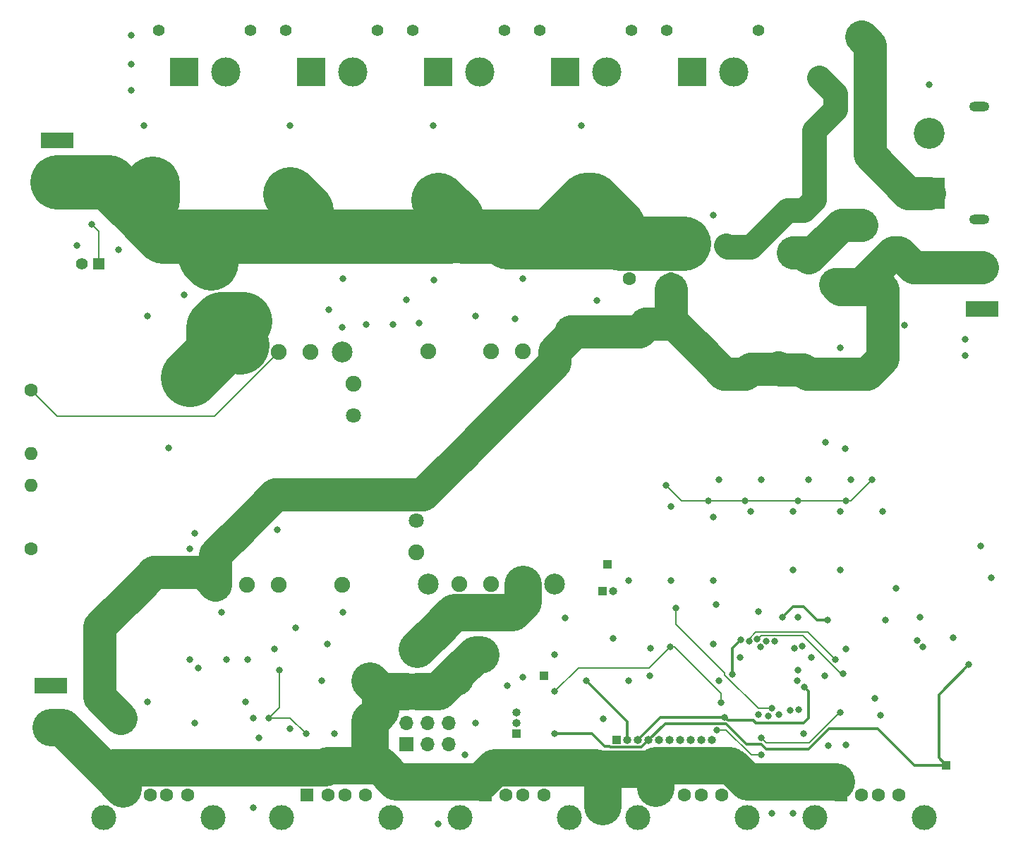
<source format=gbr>
%TF.GenerationSoftware,KiCad,Pcbnew,(6.0.0)*%
%TF.CreationDate,2022-03-07T14:47:04+00:00*%
%TF.ProjectId,ISOpower,49534f70-6f77-4657-922e-6b696361645f,rev?*%
%TF.SameCoordinates,Original*%
%TF.FileFunction,Copper,L2,Inr*%
%TF.FilePolarity,Positive*%
%FSLAX46Y46*%
G04 Gerber Fmt 4.6, Leading zero omitted, Abs format (unit mm)*
G04 Created by KiCad (PCBNEW (6.0.0)) date 2022-03-07 14:47:04*
%MOMM*%
%LPD*%
G01*
G04 APERTURE LIST*
%TA.AperFunction,ComponentPad*%
%ADD10R,1.700000X1.700000*%
%TD*%
%TA.AperFunction,ComponentPad*%
%ADD11O,1.700000X1.700000*%
%TD*%
%TA.AperFunction,ComponentPad*%
%ADD12R,1.600000X1.500000*%
%TD*%
%TA.AperFunction,ComponentPad*%
%ADD13C,1.600000*%
%TD*%
%TA.AperFunction,ComponentPad*%
%ADD14C,3.000000*%
%TD*%
%TA.AperFunction,ComponentPad*%
%ADD15C,1.400000*%
%TD*%
%TA.AperFunction,ComponentPad*%
%ADD16R,3.500000X3.500000*%
%TD*%
%TA.AperFunction,ComponentPad*%
%ADD17C,3.500000*%
%TD*%
%TA.AperFunction,ComponentPad*%
%ADD18O,1.600000X1.600000*%
%TD*%
%TA.AperFunction,ComponentPad*%
%ADD19R,1.000000X1.000000*%
%TD*%
%TA.AperFunction,ComponentPad*%
%ADD20O,1.000000X1.000000*%
%TD*%
%TA.AperFunction,ComponentPad*%
%ADD21R,3.960000X1.980000*%
%TD*%
%TA.AperFunction,ComponentPad*%
%ADD22O,3.960000X1.980000*%
%TD*%
%TA.AperFunction,ComponentPad*%
%ADD23C,1.900000*%
%TD*%
%TA.AperFunction,ComponentPad*%
%ADD24C,2.500000*%
%TD*%
%TA.AperFunction,ComponentPad*%
%ADD25C,1.800000*%
%TD*%
%TA.AperFunction,ComponentPad*%
%ADD26R,1.400000X1.400000*%
%TD*%
%TA.AperFunction,ComponentPad*%
%ADD27C,3.716000*%
%TD*%
%TA.AperFunction,ComponentPad*%
%ADD28R,3.716000X3.716000*%
%TD*%
%TA.AperFunction,ComponentPad*%
%ADD29O,2.400000X1.200000*%
%TD*%
%TA.AperFunction,ViaPad*%
%ADD30C,0.800000*%
%TD*%
%TA.AperFunction,Conductor*%
%ADD31C,4.500000*%
%TD*%
%TA.AperFunction,Conductor*%
%ADD32C,0.200000*%
%TD*%
%TA.AperFunction,Conductor*%
%ADD33C,4.000000*%
%TD*%
%TA.AperFunction,Conductor*%
%ADD34C,7.000000*%
%TD*%
%TA.AperFunction,Conductor*%
%ADD35C,0.300000*%
%TD*%
%TA.AperFunction,Conductor*%
%ADD36C,6.500000*%
%TD*%
%TA.AperFunction,Conductor*%
%ADD37C,3.000000*%
%TD*%
G04 APERTURE END LIST*
D10*
%TO.N,Net-(J8-Pad1)*%
%TO.C,J8*%
X104775000Y-128270000D03*
D11*
%TO.N,/AtMega328p/MCU_5V_BUS*%
X104775000Y-125730000D03*
%TO.N,Net-(J8-Pad3)*%
X107315000Y-128270000D03*
%TO.N,Net-(J8-Pad4)*%
X107315000Y-125730000D03*
%TO.N,/AtMega328p/USB MCU CH340 Interface A/DTR_A*%
X109855000Y-128270000D03*
%TO.N,GNDPWR*%
X109855000Y-125730000D03*
%TD*%
D12*
%TO.N,5V_BUS*%
%TO.C,J12*%
X135599511Y-134319511D03*
D13*
%TO.N,unconnected-(J12-Pad2)*%
X138099511Y-134319511D03*
%TO.N,unconnected-(J12-Pad3)*%
X140099511Y-134319511D03*
%TO.N,GNDPWR*%
X142599511Y-134319511D03*
D14*
X145669511Y-137029511D03*
X132529511Y-137029511D03*
%TD*%
D15*
%TO.N,*%
%TO.C,J15*%
X90284511Y-42545000D03*
X101284511Y-42545000D03*
D16*
%TO.N,GNDPWR*%
X93284511Y-47545000D03*
D17*
%TO.N,/Power Outputs/12V_OP_1*%
X98284511Y-47545000D03*
%TD*%
D13*
%TO.N,Net-(R7-Pad1)*%
%TO.C,R7*%
X59690000Y-85725000D03*
D18*
%TO.N,GNDPWR*%
X59690000Y-93345000D03*
%TD*%
D19*
%TO.N,/AtMega328p/ADC5*%
%TO.C,J25*%
X128270000Y-109855000D03*
D20*
%TO.N,/AtMega328p/ADC4*%
X129540000Y-109855000D03*
%TD*%
D21*
%TO.N,GNDPWR*%
%TO.C,J21*%
X173804511Y-75989511D03*
D22*
%TO.N,24V_BUS*%
X173804511Y-70989511D03*
%TD*%
D23*
%TO.N,24V_BUS*%
%TO.C,U5*%
X81824511Y-109089511D03*
%TO.N,Net-(JP3-Pad2)*%
X89424511Y-109089511D03*
%TO.N,GNDPWR*%
X97024511Y-109089511D03*
D24*
X97024511Y-81189511D03*
D23*
%TO.N,unconnected-(U5-Pad5)*%
X93224511Y-81189511D03*
%TO.N,Net-(R7-Pad1)*%
X89424511Y-81189511D03*
%TO.N,/Power Distribution/12V_I_SENSE_IP*%
X85624511Y-81189511D03*
D24*
X81824511Y-81189511D03*
D25*
%TO.N,unconnected-(U5-Pad32)*%
X98424511Y-88789511D03*
D23*
%TO.N,unconnected-(U5-Pad33)*%
X98424511Y-84989511D03*
%TO.N,unconnected-(U5-Pad34)*%
X85624511Y-109089511D03*
%TD*%
D15*
%TO.N,*%
%TO.C,J14*%
X75044511Y-42545000D03*
X86044511Y-42545000D03*
D16*
%TO.N,GNDPWR*%
X78044511Y-47545000D03*
D17*
%TO.N,/Power Outputs/12V_OP_0*%
X83044511Y-47545000D03*
%TD*%
D15*
%TO.N,*%
%TO.C,J18*%
X147004511Y-42545000D03*
X136004511Y-42545000D03*
D16*
%TO.N,GNDPWR*%
X139004511Y-47545000D03*
D17*
%TO.N,/Power Outputs/12V_OP_4*%
X144004511Y-47545000D03*
%TD*%
D19*
%TO.N,/AtMega328p/CH_C*%
%TO.C,J24*%
X128905000Y-106680000D03*
%TD*%
D21*
%TO.N,GNDPWR*%
%TO.C,J22*%
X62804511Y-55749511D03*
D22*
%TO.N,12V_BUS*%
X62804511Y-60749511D03*
%TD*%
D12*
%TO.N,5V_BUS*%
%TO.C,J13*%
X156849506Y-134319511D03*
D13*
%TO.N,unconnected-(J13-Pad2)*%
X159349506Y-134319511D03*
%TO.N,unconnected-(J13-Pad3)*%
X161349506Y-134319511D03*
%TO.N,GNDPWR*%
X163849506Y-134319511D03*
D14*
X153779506Y-137029511D03*
X166919506Y-137029511D03*
%TD*%
D23*
%TO.N,24V_BUS*%
%TO.C,U4*%
X122524511Y-81119511D03*
%TO.N,Net-(JP2-Pad2)*%
X114924511Y-81119511D03*
%TO.N,GNDPWR*%
X107324511Y-81119511D03*
D24*
X107324511Y-109019511D03*
D23*
%TO.N,unconnected-(U4-Pad5)*%
X111124511Y-109019511D03*
%TO.N,Net-(R6-Pad1)*%
X114924511Y-109019511D03*
%TO.N,/Power Distribution/5V_I_SENSE_IP*%
X118724511Y-109019511D03*
D24*
X122524511Y-109019511D03*
D25*
%TO.N,unconnected-(U4-Pad32)*%
X105924511Y-101419511D03*
D23*
%TO.N,unconnected-(U4-Pad33)*%
X105924511Y-105219511D03*
%TO.N,unconnected-(U4-Pad34)*%
X118724511Y-81119511D03*
%TD*%
D13*
%TO.N,24V_BUS*%
%TO.C,C19*%
X136525000Y-72390000D03*
%TO.N,GNDPWR*%
X131525000Y-72390000D03*
%TD*%
D26*
%TO.N,Net-(M1-Pad1)*%
%TO.C,M1*%
X67809511Y-70629511D03*
D15*
%TO.N,GNDPWR*%
X65809511Y-70629511D03*
%TD*%
D12*
%TO.N,5V_BUS*%
%TO.C,J10*%
X92834511Y-134319511D03*
D13*
%TO.N,unconnected-(J10-Pad2)*%
X95334511Y-134319511D03*
%TO.N,unconnected-(J10-Pad3)*%
X97334511Y-134319511D03*
%TO.N,GNDPWR*%
X99834511Y-134319511D03*
D14*
X102904511Y-137029511D03*
X89764511Y-137029511D03*
%TD*%
D19*
%TO.N,/USB_PBUS*%
%TO.C,J6*%
X117924511Y-126954511D03*
D20*
%TO.N,/AtMega328p/MCU_5V_BUS*%
X117924511Y-125684511D03*
%TO.N,MCU_5V*%
X117924511Y-124414511D03*
%TD*%
D13*
%TO.N,Net-(R6-Pad1)*%
%TO.C,R6*%
X59690000Y-104775000D03*
D18*
%TO.N,GNDPWR*%
X59690000Y-97155000D03*
%TD*%
D27*
%TO.N,GNDPWR*%
%TO.C,J1*%
X167454511Y-54899511D03*
D28*
%TO.N,/24V_0*%
X167454511Y-62099511D03*
D29*
%TO.N,N/C*%
X173454511Y-65249511D03*
X173454511Y-51749511D03*
%TD*%
D19*
%TO.N,/USB_PBUS*%
%TO.C,J26*%
X169545000Y-130810000D03*
%TD*%
D15*
%TO.N,*%
%TO.C,J17*%
X120764511Y-42545000D03*
X131764511Y-42545000D03*
D16*
%TO.N,GNDPWR*%
X123764511Y-47545000D03*
D17*
%TO.N,/Power Outputs/12V_OP_3*%
X128764511Y-47545000D03*
%TD*%
D15*
%TO.N,*%
%TO.C,J16*%
X116524511Y-42545000D03*
X105524511Y-42545000D03*
D16*
%TO.N,GNDPWR*%
X108524511Y-47545000D03*
D17*
%TO.N,/Power Outputs/12V_OP_2*%
X113524511Y-47545000D03*
%TD*%
D12*
%TO.N,5V_BUS*%
%TO.C,J9*%
X71464511Y-134319511D03*
D13*
%TO.N,unconnected-(J9-Pad2)*%
X73964511Y-134319511D03*
%TO.N,unconnected-(J9-Pad3)*%
X75964511Y-134319511D03*
%TO.N,GNDPWR*%
X78464511Y-134319511D03*
D14*
X68394511Y-137029511D03*
X81534511Y-137029511D03*
%TD*%
D19*
%TO.N,/3V3_BUS*%
%TO.C,J30*%
X121285000Y-120015000D03*
%TD*%
%TO.N,GND*%
%TO.C,J29*%
X130004511Y-127747783D03*
D20*
%TO.N,/3V3_BUS*%
X131274511Y-127747783D03*
%TO.N,/AtMega328p/MCU_5V_BUS*%
X132544511Y-127747783D03*
%TO.N,/USB_PBUS*%
X133814511Y-127747783D03*
%TO.N,unconnected-(J29-Pad5)*%
X135084511Y-127747783D03*
%TO.N,unconnected-(J29-Pad6)*%
X136354511Y-127747783D03*
%TO.N,unconnected-(J29-Pad7)*%
X137624511Y-127747783D03*
%TO.N,unconnected-(J29-Pad8)*%
X138894511Y-127747783D03*
%TO.N,/AtMega328p/SSERIAL_TX*%
X140164511Y-127747783D03*
%TO.N,/AtMega328p/SSERIAL_RX*%
X141434511Y-127747783D03*
%TD*%
D14*
%TO.N,/24V_0*%
%TO.C,F1*%
X159324511Y-43309511D03*
%TO.N,/24V_1*%
X159324511Y-65909511D03*
%TD*%
D21*
%TO.N,GNDPWR*%
%TO.C,J23*%
X62044511Y-121234511D03*
D22*
%TO.N,5V_BUS*%
X62044511Y-126234511D03*
%TD*%
D12*
%TO.N,5V_BUS*%
%TO.C,J11*%
X114204511Y-134319511D03*
D13*
%TO.N,unconnected-(J11-Pad2)*%
X116704511Y-134319511D03*
%TO.N,unconnected-(J11-Pad3)*%
X118704511Y-134319511D03*
%TO.N,GNDPWR*%
X121204511Y-134319511D03*
D14*
X111134511Y-137029511D03*
X124274511Y-137029511D03*
%TD*%
D30*
%TO.N,5V_BUS*%
X102512604Y-131802396D03*
X101460489Y-129679511D03*
X100330000Y-127000000D03*
X101171893Y-124666893D03*
X102235000Y-121920000D03*
X104140000Y-121920000D03*
%TO.N,Net-(J8-Pad1)*%
X113030000Y-125720498D03*
%TO.N,Net-(R3b1-Pad2)*%
X89535000Y-119380000D03*
%TO.N,GNDPWR*%
X96069511Y-127000000D03*
%TO.N,GND*%
X141605000Y-108585000D03*
X163524290Y-109525710D03*
X151130000Y-107315000D03*
X146050000Y-100330000D03*
X142240000Y-120650000D03*
X161925000Y-100330000D03*
X151765000Y-113030000D03*
X141605000Y-100965000D03*
X156845000Y-100330000D03*
X162264511Y-113369511D03*
X157480000Y-116840000D03*
X154940000Y-120015000D03*
X152364991Y-126964991D03*
X141605000Y-116205000D03*
X156845000Y-107315000D03*
X129540000Y-115570000D03*
X157475681Y-128319999D03*
X166370000Y-113030000D03*
X131445000Y-120650000D03*
X151130000Y-100330000D03*
X136525000Y-108585000D03*
%TO.N,MCU_5V*%
X73660000Y-76835000D03*
X89247122Y-102522878D03*
%TO.N,24V_BUS*%
X93450000Y-98320000D03*
X155575000Y-83820000D03*
X149365378Y-83044622D03*
X69456753Y-112636753D03*
X137160000Y-78740000D03*
X109478762Y-95508762D03*
X102340000Y-98320000D03*
X83820000Y-103569500D03*
X75885009Y-107629991D03*
X161607500Y-70802500D03*
X87379375Y-99444375D03*
X152335500Y-83325378D03*
X71361753Y-110731753D03*
X124620000Y-79024022D03*
X67945000Y-114935000D03*
X118686262Y-86301262D03*
X115828762Y-89158762D03*
X105515000Y-98320000D03*
X166500489Y-70989511D03*
X140017500Y-80962500D03*
X146050000Y-83185000D03*
X67945000Y-116840000D03*
X85156875Y-100900500D03*
X79695009Y-107629991D03*
X99800000Y-98320000D03*
X72949253Y-109144253D03*
X113606262Y-91381262D03*
X158750000Y-83820000D03*
X67945000Y-121920000D03*
X70485000Y-125095000D03*
X111383762Y-93603762D03*
X161925000Y-77470000D03*
X142875000Y-83820000D03*
X69215000Y-123825000D03*
X81915000Y-105410000D03*
X169675489Y-70989511D03*
X136525000Y-75565000D03*
X162242500Y-82867500D03*
X120591262Y-84396262D03*
X90275000Y-98320000D03*
X67945000Y-119380000D03*
X96625000Y-98320000D03*
X128270000Y-78740000D03*
X133403359Y-77804116D03*
%TO.N,/Power Distribution/5V_I_SENSE_IP*%
X113640978Y-112419022D03*
X117792500Y-112077500D03*
X107315000Y-115570000D03*
X110172500Y-112712500D03*
X104905489Y-116709511D03*
%TO.N,Net-(D1-Pad2)*%
X156845000Y-80645000D03*
X164524500Y-77995000D03*
%TO.N,Net-(D2-Pad1)*%
X155396482Y-128448518D03*
X151130000Y-136525000D03*
%TO.N,Net-(D2-Pad2)*%
X148590000Y-136525000D03*
X147320000Y-129540000D03*
X142005908Y-126544001D03*
%TO.N,Net-(D4-Pad2)*%
X170376567Y-115455500D03*
X156845000Y-124460000D03*
X161629511Y-124799511D03*
X147320000Y-127520500D03*
X166709511Y-116544511D03*
X174964511Y-108289511D03*
%TO.N,Net-(D4-Pad3)*%
X160930011Y-122794531D03*
X166002756Y-115837756D03*
X173694511Y-104479511D03*
%TO.N,Net-(D6-Pad2)*%
X78740000Y-104775000D03*
X78740000Y-118110000D03*
%TO.N,Net-(D8-Pad2)*%
X83185000Y-118110000D03*
X79375000Y-102934500D03*
%TO.N,/Power Distribution/12V_I_SENSE_IP*%
X79602011Y-83412011D03*
X86042500Y-76517500D03*
%TO.N,/24V_0*%
X160337500Y-47307500D03*
X160655000Y-50800000D03*
X160655000Y-54610000D03*
X162560000Y-60325000D03*
X160655000Y-58420000D03*
%TO.N,Net-(J8-Pad1)*%
X150773492Y-124165021D03*
%TO.N,Net-(J8-Pad3)*%
X151772730Y-124142049D03*
%TO.N,Net-(J8-Pad4)*%
X149468877Y-124741579D03*
%TO.N,/24V_1*%
X156641351Y-66471351D03*
X150462876Y-69399022D03*
X154622500Y-68262500D03*
%TO.N,5V_BUS*%
X64107500Y-128297500D03*
X145622598Y-131872402D03*
X134620000Y-130810000D03*
X128270000Y-133985000D03*
X131185000Y-131070000D03*
X106680000Y-121920000D03*
X113665000Y-117475000D03*
X92710000Y-131445000D03*
X149550499Y-132389501D03*
X127375000Y-131070000D03*
X138430000Y-130810000D03*
X81915000Y-131070000D03*
X67917500Y-132107500D03*
X110604124Y-120243521D03*
X108259501Y-133040499D03*
X75565000Y-131070000D03*
X124835000Y-131070000D03*
X78740000Y-131070000D03*
X98425000Y-130810000D03*
X89747500Y-131232500D03*
X66012500Y-130202500D03*
X104449501Y-133040499D03*
X72765000Y-131070000D03*
X95250000Y-130810000D03*
X116580000Y-131070000D03*
X70715000Y-131850000D03*
X109220000Y-121220500D03*
X85725000Y-130657135D03*
X121025000Y-131070000D03*
X112395000Y-132715000D03*
X142240000Y-130810000D03*
X154940000Y-132715000D03*
%TO.N,/5V_BUS_MONITOR*%
X79731429Y-119112465D03*
X86360000Y-135890000D03*
X142462055Y-123246489D03*
X136361318Y-116587000D03*
X122555000Y-121920000D03*
X86360000Y-125095000D03*
%TO.N,/12V_BUS_MONITOR*%
X134018069Y-116775500D03*
X97155000Y-72390000D03*
X85725000Y-118110000D03*
X133985000Y-120015000D03*
%TO.N,/BUS_B_DISABLE*%
X117814511Y-77174511D03*
X131445000Y-108585000D03*
%TO.N,/BUS_A_DISABLE*%
X144780000Y-117861358D03*
X91440000Y-114300000D03*
%TO.N,/Power Outputs/5v to 12v logic conversion_v2/0_OUT*%
X136525000Y-99695000D03*
X73219511Y-53975000D03*
%TO.N,/Power Outputs/5v to 12v logic conversion_v2/1_OUT*%
X90805000Y-53975000D03*
X142240000Y-96520000D03*
%TO.N,/Power Outputs/5v to 12v logic conversion_v2/2_OUT*%
X147320000Y-96520000D03*
X107950000Y-53975000D03*
%TO.N,/Power Outputs/5v to 12v logic conversion_v2/3_OUT*%
X125730000Y-53975000D03*
X153035000Y-96520000D03*
%TO.N,/Power Outputs/5v to 12v logic conversion_v2/4_OUT*%
X158115000Y-96520000D03*
X141605000Y-64770000D03*
%TO.N,Net-(R3a1-Pad2)*%
X104775000Y-74930000D03*
X108016641Y-72577885D03*
%TO.N,Net-(R3b1-Pad2)*%
X92710000Y-127000000D03*
X88265000Y-125095000D03*
%TO.N,/AtMega328p/MCU_5V_BUS*%
X149858259Y-113028259D03*
X155279511Y-113369511D03*
X144829326Y-115740990D03*
X152490011Y-121379692D03*
X143844562Y-119844011D03*
X142916593Y-125045001D03*
%TO.N,/BUS_I_SENSE_A*%
X151765000Y-119380000D03*
X78105000Y-74295000D03*
%TO.N,/BUS_I_SENSE_B*%
X151598314Y-120680192D03*
X123825000Y-113144500D03*
%TO.N,12V_BUS*%
X90805000Y-62375520D03*
X67520489Y-60749511D03*
X110703642Y-66542322D03*
X90105978Y-67374022D03*
X125434520Y-67605480D03*
X135059511Y-68140489D03*
X102235000Y-67310000D03*
X80645000Y-67310000D03*
X71120000Y-62865000D03*
X74295000Y-60960000D03*
X81280000Y-70485000D03*
X136525000Y-66374022D03*
X116205000Y-67310000D03*
X120472878Y-67487122D03*
X93345000Y-67310000D03*
X130175000Y-67945000D03*
X76835000Y-67310000D03*
X105980500Y-67310000D03*
X97725978Y-67374022D03*
X85725000Y-67310000D03*
X73810000Y-65255000D03*
X126365000Y-62865000D03*
X108585000Y-62865000D03*
%TO.N,/AtMega328p/USB MCU CH340 Interface A/DTR_A*%
X147214648Y-116607555D03*
X108585000Y-137795000D03*
X128360762Y-125209500D03*
X153374511Y-117814511D03*
X111760000Y-129540000D03*
%TO.N,/3V3_BUS*%
X126365000Y-120650000D03*
%TO.N,/USB_PBUS*%
X122555000Y-127000000D03*
X172251616Y-118712935D03*
%TO.N,/AtMega328p/ADC5*%
X147930008Y-115909511D03*
%TO.N,/AtMega328p/ADC4*%
X148929511Y-115909511D03*
%TO.N,/AtMega328p/SSERIAL_TX*%
X146999842Y-124735445D03*
%TO.N,/AtMega328p/SSERIAL_RX*%
X148209834Y-124909082D03*
%TO.N,/AtMega328p/CH_F*%
X137041633Y-111922389D03*
X148609011Y-123959149D03*
%TO.N,/AtMega328p/CH_G*%
X141944511Y-111464511D03*
X152256854Y-116510188D03*
%TO.N,/AtMega328p/CH_H*%
X151292014Y-116781232D03*
X146975106Y-112310607D03*
%TO.N,/AtMega328p/USB MCU CH340 Interface A/RxD_A*%
X146816178Y-115683130D03*
X157184511Y-119784011D03*
%TO.N,/AtMega328p/USB MCU CH340 Interface A/TxD_A*%
X156210000Y-118110000D03*
X145841866Y-115906114D03*
%TO.N,HV*%
X127635000Y-74994500D03*
X157480000Y-99060000D03*
X135890000Y-97155000D03*
X140970000Y-99060000D03*
X145415000Y-99060000D03*
X160655000Y-96520000D03*
X151765000Y-99060000D03*
%TO.N,GNDPWR*%
X103095480Y-77879520D03*
X95380000Y-76070000D03*
X122555000Y-117475000D03*
X99920480Y-77879520D03*
X118745000Y-72390000D03*
X155020000Y-91995000D03*
X71755000Y-46606017D03*
X79375000Y-125730000D03*
X97155000Y-112395000D03*
X71755000Y-43180000D03*
X73660000Y-123190000D03*
X171784511Y-81580489D03*
X76200000Y-92710000D03*
X106268879Y-77693879D03*
X116840000Y-121220500D03*
X71755000Y-49781019D03*
X87059500Y-127457625D03*
X113030000Y-76835000D03*
X82550000Y-112395000D03*
X65232500Y-68407500D03*
X90805000Y-126365000D03*
X97024511Y-78235489D03*
X94615000Y-120650000D03*
X118745000Y-120243521D03*
X70167500Y-68897500D03*
X85421611Y-123167367D03*
X88900000Y-116840000D03*
X171784511Y-79675489D03*
X157415500Y-92805000D03*
X95250000Y-116205000D03*
X167454511Y-49080489D03*
%TO.N,Net-(M1-Pad1)*%
X66977617Y-65845500D03*
%TO.N,/Power Outputs/MID_PWR*%
X145732500Y-68262500D03*
X154305000Y-48260000D03*
X143052122Y-68402878D03*
X150985000Y-64280000D03*
X153670000Y-60325000D03*
X156131742Y-52626742D03*
%TD*%
D31*
%TO.N,5V_BUS*%
X100330000Y-127000000D02*
X100330000Y-130810000D01*
X101171893Y-124666893D02*
X100330000Y-125508786D01*
X102235000Y-121920000D02*
X101600000Y-121920000D01*
X104140000Y-121920000D02*
X102235000Y-121920000D01*
X100330000Y-125508786D02*
X100330000Y-127000000D01*
X101600000Y-124238786D02*
X101171893Y-124666893D01*
X101600000Y-121920000D02*
X101600000Y-124238786D01*
X104775000Y-121920000D02*
X104140000Y-121920000D01*
X101600000Y-121920000D02*
X100330000Y-120650000D01*
D32*
%TO.N,Net-(R3b1-Pad2)*%
X89535000Y-119380000D02*
X89535000Y-123825000D01*
X89535000Y-123825000D02*
X88265000Y-125095000D01*
D33*
%TO.N,24V_BUS*%
X161925000Y-81915000D02*
X160020000Y-83820000D01*
X67945000Y-116840000D02*
X67945000Y-119380000D01*
X99800000Y-98320000D02*
X102340000Y-98320000D01*
X156210000Y-73025000D02*
X156845000Y-73660000D01*
X155575000Y-83820000D02*
X152830122Y-83820000D01*
X149365378Y-83044622D02*
X149646135Y-83325379D01*
X96625000Y-98320000D02*
X99800000Y-98320000D01*
X158750000Y-83820000D02*
X155575000Y-83820000D01*
X136525000Y-77470000D02*
X136525000Y-75565000D01*
X93450000Y-98320000D02*
X96625000Y-98320000D01*
X160655000Y-71755000D02*
X159385000Y-73025000D01*
X83820000Y-103505000D02*
X83820000Y-103569500D01*
X160020000Y-83820000D02*
X158750000Y-83820000D01*
X124460000Y-79184022D02*
X124460000Y-78740000D01*
X81915000Y-105410000D02*
X83755500Y-103569500D01*
X161925000Y-77470000D02*
X161925000Y-81915000D01*
X67945000Y-114935000D02*
X67945000Y-116840000D01*
X67945000Y-114148507D02*
X67945000Y-114935000D01*
X67945000Y-122555000D02*
X69215000Y-123825000D01*
X136525000Y-75565000D02*
X136525000Y-73660000D01*
X89005000Y-98320000D02*
X83820000Y-103505000D01*
X90275000Y-98320000D02*
X89005000Y-98320000D01*
X81824511Y-109089511D02*
X80364991Y-107629991D01*
X120591262Y-84396262D02*
X122524511Y-82463013D01*
X142875000Y-83820000D02*
X145415000Y-83820000D01*
X149646135Y-83325379D02*
X152335500Y-83325378D01*
X149365378Y-83044622D02*
X149225000Y-83185000D01*
X122524511Y-82463013D02*
X122524511Y-81119511D01*
X109478762Y-95508762D02*
X111383762Y-93603762D01*
X133403359Y-77987141D02*
X133403359Y-77804116D01*
X132650500Y-78740000D02*
X133403359Y-77987141D01*
X67945000Y-121920000D02*
X67945000Y-122555000D01*
X142875000Y-83820000D02*
X140017500Y-80962500D01*
X140017500Y-80962500D02*
X136525000Y-77470000D01*
X173804511Y-70989511D02*
X166500489Y-70989511D01*
X163195000Y-69215000D02*
X161607500Y-70802500D01*
X102340000Y-98320000D02*
X105515000Y-98320000D01*
X80364991Y-107629991D02*
X79695009Y-107629991D01*
X83755500Y-103569500D02*
X83820000Y-103569500D01*
X111383762Y-93603762D02*
X113606262Y-91381262D01*
X136525000Y-77470000D02*
X136190884Y-77804116D01*
X122524511Y-81119511D02*
X124460000Y-79184022D01*
X145415000Y-83820000D02*
X146050000Y-83185000D01*
X118686262Y-86301262D02*
X120591262Y-84396262D01*
X72949253Y-109144253D02*
X71361753Y-110731753D01*
X128270000Y-78740000D02*
X132650500Y-78740000D01*
X149225000Y-83185000D02*
X146050000Y-83185000D01*
X113606262Y-91381262D02*
X115828762Y-89158762D01*
X106667524Y-98320000D02*
X109478762Y-95508762D01*
X75885009Y-107629991D02*
X74463516Y-107629991D01*
X156845000Y-73660000D02*
X161925000Y-73660000D01*
X81824511Y-109089511D02*
X81824511Y-105500489D01*
X67945000Y-119380000D02*
X67945000Y-121920000D01*
X69215000Y-123825000D02*
X70485000Y-125095000D01*
X163830000Y-69215000D02*
X163195000Y-69215000D01*
X105515000Y-98320000D02*
X106667524Y-98320000D01*
X74463516Y-107629991D02*
X72949253Y-109144253D01*
X69456753Y-112636753D02*
X67945000Y-114148507D01*
X128270000Y-78740000D02*
X124460000Y-78740000D01*
X161925000Y-76200000D02*
X161925000Y-77470000D01*
X79695009Y-107629991D02*
X75885009Y-107629991D01*
X165604511Y-70989511D02*
X163830000Y-69215000D01*
X115828762Y-89158762D02*
X118686262Y-86301262D01*
X90275000Y-98320000D02*
X93450000Y-98320000D01*
X159385000Y-73025000D02*
X156210000Y-73025000D01*
X81824511Y-105500489D02*
X81915000Y-105410000D01*
X71361753Y-110731753D02*
X69456753Y-112636753D01*
X161607500Y-70802500D02*
X160655000Y-71755000D01*
X152830122Y-83820000D02*
X152335500Y-83325378D01*
X136190884Y-77804116D02*
X133403359Y-77804116D01*
X161925000Y-73660000D02*
X161925000Y-76200000D01*
X166500489Y-70989511D02*
X165604511Y-70989511D01*
D31*
%TO.N,/Power Distribution/5V_I_SENSE_IP*%
X117450978Y-112419022D02*
X113640978Y-112419022D01*
X118745000Y-111125000D02*
X117450978Y-112419022D01*
X112532636Y-112419022D02*
X110465978Y-112419022D01*
X118724511Y-111104511D02*
X118745000Y-111125000D01*
X113640978Y-112419022D02*
X112532636Y-112419022D01*
X118724511Y-109019511D02*
X118724511Y-111104511D01*
X110465978Y-112419022D02*
X110172500Y-112712500D01*
X107950000Y-114935000D02*
X107315000Y-115570000D01*
X110172500Y-112712500D02*
X107950000Y-114935000D01*
X107315000Y-115570000D02*
X106045000Y-116840000D01*
D32*
%TO.N,Net-(D2-Pad2)*%
X146100853Y-129540000D02*
X143104854Y-126544001D01*
X143104854Y-126544001D02*
X142005908Y-126544001D01*
X147320000Y-129540000D02*
X146100853Y-129540000D01*
%TO.N,Net-(D4-Pad2)*%
X147904022Y-128104522D02*
X147320000Y-127520500D01*
X153070772Y-128104522D02*
X147904022Y-128104522D01*
X156845000Y-124460000D02*
X156715294Y-124460000D01*
X156715294Y-124460000D02*
X153070772Y-128104522D01*
D34*
%TO.N,/Power Distribution/12V_I_SENSE_IP*%
X78740000Y-84274022D02*
X81824511Y-81189511D01*
X81824511Y-78195489D02*
X82550000Y-77470000D01*
X81824511Y-81189511D02*
X81824511Y-78195489D01*
X82550000Y-78115000D02*
X84775000Y-80340000D01*
X82550000Y-77470000D02*
X82550000Y-78115000D01*
X82550000Y-77470000D02*
X85090000Y-77470000D01*
D33*
%TO.N,/24V_0*%
X160337500Y-57467500D02*
X164969511Y-62099511D01*
X164969511Y-62099511D02*
X167454511Y-62099511D01*
X160337500Y-44322500D02*
X159324511Y-43309511D01*
X160337500Y-47307500D02*
X160337500Y-44322500D01*
X160337500Y-47307500D02*
X160337500Y-57467500D01*
%TO.N,/24V_1*%
X156975489Y-65909511D02*
X154622500Y-68262500D01*
X159324511Y-65909511D02*
X156975489Y-65909511D01*
X153035000Y-69850000D02*
X152400000Y-69215000D01*
X154622500Y-68262500D02*
X153035000Y-69850000D01*
X152400000Y-69215000D02*
X151130000Y-69215000D01*
D31*
%TO.N,5V_BUS*%
X63379511Y-126234511D02*
X68902500Y-131757500D01*
X101600000Y-130810000D02*
X103505000Y-132715000D01*
X98425000Y-130810000D02*
X100330000Y-130810000D01*
X113665000Y-132715000D02*
X115310000Y-131070000D01*
X69590000Y-131070000D02*
X72765000Y-131070000D01*
X81915000Y-131070000D02*
X78740000Y-131070000D01*
X154940000Y-132715000D02*
X156210000Y-132715000D01*
X72765000Y-131070000D02*
X75565000Y-131070000D01*
X100330000Y-130810000D02*
X101600000Y-130810000D01*
X134620000Y-130810000D02*
X138430000Y-130810000D01*
X143510000Y-130810000D02*
X143770000Y-131070000D01*
X113665000Y-117475000D02*
X113030000Y-117475000D01*
X142240000Y-130810000D02*
X143510000Y-130810000D01*
X134233195Y-131196805D02*
X134620000Y-130810000D01*
X68902500Y-131757500D02*
X70715000Y-133570000D01*
X62044511Y-126234511D02*
X63379511Y-126234511D01*
X127520541Y-131196805D02*
X134233195Y-131196805D01*
X143945504Y-131070000D02*
X145590504Y-132715000D01*
X138430000Y-130810000D02*
X142240000Y-130810000D01*
X145590504Y-132715000D02*
X154940000Y-132715000D01*
X95250000Y-130810000D02*
X94990000Y-131070000D01*
X127393736Y-131070000D02*
X127520541Y-131196805D01*
X113030000Y-117475000D02*
X110604124Y-119900876D01*
X128270000Y-132715000D02*
X128270000Y-133985000D01*
X112395000Y-132715000D02*
X113665000Y-132715000D01*
X106045000Y-121920000D02*
X108520500Y-121920000D01*
X156210000Y-132715000D02*
X156284257Y-132789257D01*
X110604124Y-120243521D02*
X110196979Y-120243521D01*
X103505000Y-132715000D02*
X112395000Y-132715000D01*
X94990000Y-131070000D02*
X81915000Y-131070000D01*
X68902500Y-131757500D02*
X69590000Y-131070000D01*
X78740000Y-131070000D02*
X75565000Y-131070000D01*
X128270000Y-133985000D02*
X128270000Y-135703569D01*
X115310000Y-131070000D02*
X127393736Y-131070000D01*
X110604124Y-119900876D02*
X110604124Y-120243521D01*
X108520500Y-121920000D02*
X109220000Y-121220500D01*
X95250000Y-130810000D02*
X98425000Y-130810000D01*
X134620000Y-133534547D02*
X134620000Y-130810000D01*
X143770000Y-131070000D02*
X143945504Y-131070000D01*
X110196979Y-120243521D02*
X109220000Y-121220500D01*
D32*
%TO.N,/5V_BUS_MONITOR*%
X122555000Y-121920000D02*
X125362535Y-119112465D01*
X125362535Y-119112465D02*
X133835853Y-119112465D01*
X133835853Y-119112465D02*
X136361318Y-116587000D01*
X136361318Y-116587000D02*
X136907000Y-116587000D01*
X136907000Y-116587000D02*
X142462055Y-122142055D01*
X142462055Y-122142055D02*
X142462055Y-123246489D01*
%TO.N,Net-(R3b1-Pad2)*%
X88265000Y-125095000D02*
X90805000Y-125095000D01*
X90805000Y-125095000D02*
X92710000Y-127000000D01*
%TO.N,Net-(R7-Pad1)*%
X89424511Y-81189511D02*
X81724511Y-88889511D01*
X81724511Y-88889511D02*
X62854511Y-88889511D01*
X62854511Y-88889511D02*
X59690000Y-85725000D01*
D35*
%TO.N,/AtMega328p/MCU_5V_BUS*%
X143166582Y-125294990D02*
X142916593Y-125045001D01*
X146349910Y-125394910D02*
X143375327Y-125394910D01*
X153035000Y-121924681D02*
X153035000Y-125095000D01*
X153035000Y-125095000D02*
X152400000Y-125730000D01*
X152400000Y-125730000D02*
X146685000Y-125730000D01*
X154009511Y-113369511D02*
X152400000Y-111760000D01*
X135247293Y-125045001D02*
X142916593Y-125045001D01*
X144829326Y-115740990D02*
X143844562Y-116725754D01*
X151126518Y-111760000D02*
X149858259Y-113028259D01*
X152400000Y-111760000D02*
X151126518Y-111760000D01*
X155279511Y-113369511D02*
X154009511Y-113369511D01*
X143844562Y-116725754D02*
X143844562Y-119844011D01*
X152490011Y-121379692D02*
X153035000Y-121924681D01*
X146685000Y-125730000D02*
X146349910Y-125394910D01*
X143375327Y-125394910D02*
X143275407Y-125294990D01*
X132544511Y-127747783D02*
X135247293Y-125045001D01*
X143275407Y-125294990D02*
X143166582Y-125294990D01*
D36*
%TO.N,12V_BUS*%
X92710000Y-67310000D02*
X93345000Y-67310000D01*
X130175000Y-67945000D02*
X116840000Y-67945000D01*
X102235000Y-67310000D02*
X105980500Y-67310000D01*
X74295000Y-62865000D02*
X74295000Y-60960000D01*
X135059511Y-68140489D02*
X130370489Y-68140489D01*
X135059511Y-68140489D02*
X137990489Y-68140489D01*
X71120000Y-62865000D02*
X72707500Y-64452500D01*
X105980500Y-67310000D02*
X109935964Y-67310000D01*
X126365000Y-62865000D02*
X121920000Y-67310000D01*
X80645000Y-67310000D02*
X80645000Y-69850000D01*
X75565000Y-67310000D02*
X76835000Y-67310000D01*
X116205000Y-67310000D02*
X120295756Y-67310000D01*
X130370489Y-68140489D02*
X130175000Y-67945000D01*
X108585000Y-62865000D02*
X110703642Y-64983642D01*
X92710000Y-67310000D02*
X92710000Y-64135000D01*
X69004511Y-60749511D02*
X71120000Y-62865000D01*
X92710000Y-64135000D02*
X90805000Y-62230000D01*
X80645000Y-67310000D02*
X85725000Y-67310000D01*
X85725000Y-67310000D02*
X92710000Y-67310000D01*
X121920000Y-67310000D02*
X120650000Y-67310000D01*
X116840000Y-67945000D02*
X116205000Y-67310000D01*
X120295756Y-67310000D02*
X120472878Y-67487122D01*
X73660000Y-65405000D02*
X75565000Y-67310000D01*
X127000000Y-62865000D02*
X130175000Y-66040000D01*
X62804511Y-60749511D02*
X69004511Y-60749511D01*
X116205000Y-67310000D02*
X111471320Y-67310000D01*
X93345000Y-67310000D02*
X102235000Y-67310000D01*
X120650000Y-67310000D02*
X120472878Y-67487122D01*
X130175000Y-66040000D02*
X130175000Y-67945000D01*
X76835000Y-67310000D02*
X80645000Y-67310000D01*
X110703642Y-64983642D02*
X110703642Y-66542322D01*
X126365000Y-62865000D02*
X127000000Y-62865000D01*
X111471320Y-67310000D02*
X110703642Y-66542322D01*
X72707500Y-64452500D02*
X74295000Y-62865000D01*
X72707500Y-64452500D02*
X73660000Y-65405000D01*
X80645000Y-69850000D02*
X81280000Y-70485000D01*
X109935964Y-67310000D02*
X110703642Y-66542322D01*
D35*
%TO.N,/3V3_BUS*%
X131274511Y-125559511D02*
X126365000Y-120650000D01*
X131274511Y-127747783D02*
X131274511Y-125559511D01*
%TO.N,/USB_PBUS*%
X127000000Y-127000000D02*
X128547294Y-128547294D01*
X169545000Y-130810000D02*
X168629990Y-129894990D01*
X132965000Y-128597294D02*
X133015000Y-128547294D01*
X122555000Y-127000000D02*
X127000000Y-127000000D01*
X133814511Y-127747783D02*
X135767793Y-125794501D01*
X168629990Y-122334561D02*
X172251616Y-118712935D01*
X152970499Y-128840499D02*
X155445998Y-126365000D01*
X128547294Y-128547294D02*
X129155000Y-128547294D01*
X165735000Y-130810000D02*
X169545000Y-130810000D01*
X133015000Y-128547294D02*
X133814511Y-127747783D01*
X147890499Y-128840499D02*
X152970499Y-128840499D01*
X168629990Y-129894990D02*
X168629990Y-122334561D01*
X161290000Y-126365000D02*
X165735000Y-130810000D01*
X129155000Y-128547294D02*
X129205000Y-128597294D01*
X143068503Y-125794501D02*
X145544002Y-128270000D01*
X135767793Y-125794501D02*
X143068503Y-125794501D01*
X147320000Y-128270000D02*
X147890499Y-128840499D01*
X145544002Y-128270000D02*
X147320000Y-128270000D01*
X155445998Y-126365000D02*
X161290000Y-126365000D01*
X129205000Y-128597294D02*
X132965000Y-128597294D01*
D32*
%TO.N,/AtMega328p/CH_F*%
X142939501Y-119928195D02*
X142939501Y-119725256D01*
X142939501Y-119725256D02*
X137041633Y-113827388D01*
X137041633Y-113827388D02*
X137041633Y-111922389D01*
X148609011Y-123959149D02*
X146970455Y-123959149D01*
X146970455Y-123959149D02*
X142939501Y-119928195D01*
%TO.N,/AtMega328p/USB MCU CH340 Interface A/RxD_A*%
X147289298Y-115210010D02*
X146816178Y-115683130D01*
X152317283Y-115210010D02*
X147289298Y-115210010D01*
X157184511Y-119784011D02*
X156891284Y-119784011D01*
X156891284Y-119784011D02*
X152317283Y-115210010D01*
%TO.N,/AtMega328p/USB MCU CH340 Interface A/TxD_A*%
X146635087Y-114810500D02*
X145841866Y-115603721D01*
X152910500Y-114810500D02*
X146635087Y-114810500D01*
X145841866Y-115603721D02*
X145841866Y-115906114D01*
X156210000Y-118110000D02*
X152910500Y-114810500D01*
%TO.N,HV*%
X151765000Y-99060000D02*
X157480000Y-99060000D01*
X145415000Y-99060000D02*
X151765000Y-99060000D01*
X140970000Y-99060000D02*
X145415000Y-99060000D01*
X137795000Y-99060000D02*
X135890000Y-97155000D01*
X158115000Y-99060000D02*
X160655000Y-96520000D01*
X140970000Y-99060000D02*
X137795000Y-99060000D01*
X157480000Y-99060000D02*
X158115000Y-99060000D01*
%TO.N,Net-(M1-Pad1)*%
X67809511Y-70629511D02*
X67809511Y-66677394D01*
X67809511Y-66677394D02*
X66977617Y-65845500D01*
D37*
%TO.N,/Power Outputs/MID_PWR*%
X156210000Y-52070000D02*
X153670000Y-54610000D01*
X150495000Y-64135000D02*
X146050000Y-68580000D01*
X156210000Y-50165000D02*
X156210000Y-52070000D01*
X153670000Y-62865000D02*
X152400000Y-64135000D01*
X143229244Y-68580000D02*
X143052122Y-68402878D01*
X146050000Y-68580000D02*
X143229244Y-68580000D01*
X152400000Y-64135000D02*
X150495000Y-64135000D01*
X154305000Y-48260000D02*
X156210000Y-50165000D01*
X153670000Y-54610000D02*
X153670000Y-62865000D01*
%TD*%
M02*

</source>
